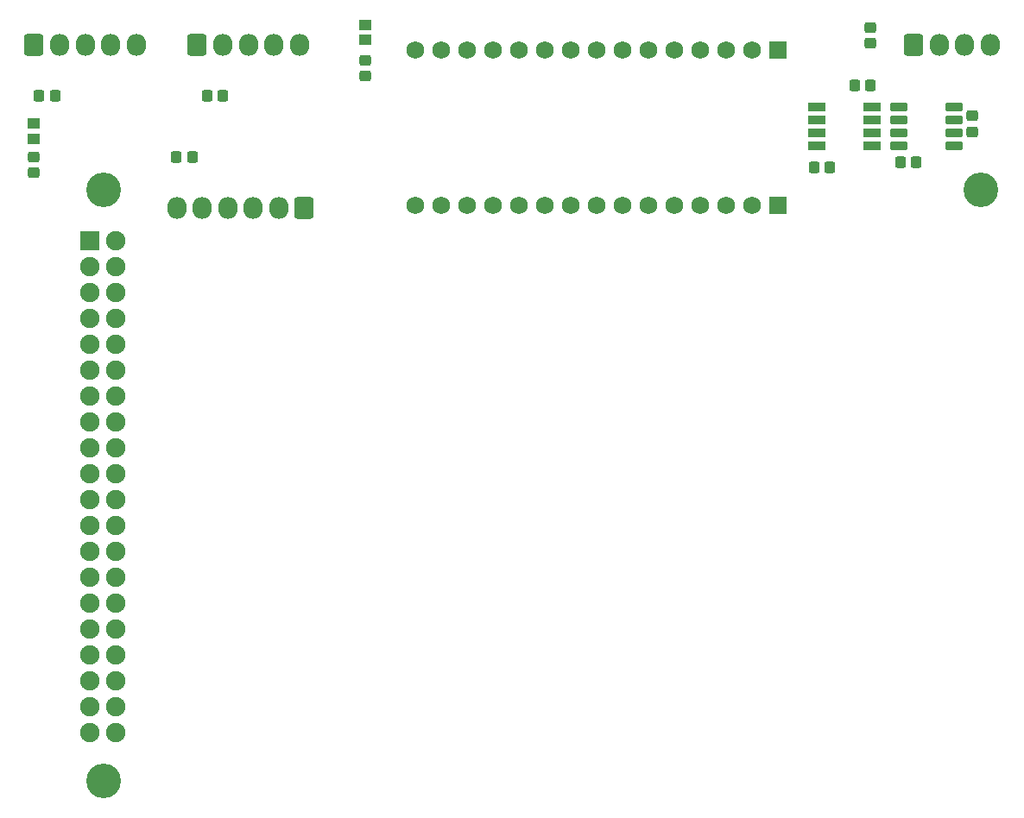
<source format=gts>
G04 #@! TF.GenerationSoftware,KiCad,Pcbnew,8.0.4*
G04 #@! TF.CreationDate,2024-08-27T21:55:02+09:00*
G04 #@! TF.ProjectId,MDC,4d44432e-6b69-4636-9164-5f7063625858,rev?*
G04 #@! TF.SameCoordinates,Original*
G04 #@! TF.FileFunction,Soldermask,Top*
G04 #@! TF.FilePolarity,Negative*
%FSLAX46Y46*%
G04 Gerber Fmt 4.6, Leading zero omitted, Abs format (unit mm)*
G04 Created by KiCad (PCBNEW 8.0.4) date 2024-08-27 21:55:02*
%MOMM*%
%LPD*%
G01*
G04 APERTURE LIST*
G04 Aperture macros list*
%AMRoundRect*
0 Rectangle with rounded corners*
0 $1 Rounding radius*
0 $2 $3 $4 $5 $6 $7 $8 $9 X,Y pos of 4 corners*
0 Add a 4 corners polygon primitive as box body*
4,1,4,$2,$3,$4,$5,$6,$7,$8,$9,$2,$3,0*
0 Add four circle primitives for the rounded corners*
1,1,$1+$1,$2,$3*
1,1,$1+$1,$4,$5*
1,1,$1+$1,$6,$7*
1,1,$1+$1,$8,$9*
0 Add four rect primitives between the rounded corners*
20,1,$1+$1,$2,$3,$4,$5,0*
20,1,$1+$1,$4,$5,$6,$7,0*
20,1,$1+$1,$6,$7,$8,$9,0*
20,1,$1+$1,$8,$9,$2,$3,0*%
G04 Aperture macros list end*
%ADD10RoundRect,0.100000X-0.475000X0.450000X-0.475000X-0.450000X0.475000X-0.450000X0.475000X0.450000X0*%
%ADD11RoundRect,0.275000X0.300000X-0.275000X0.300000X0.275000X-0.300000X0.275000X-0.300000X-0.275000X0*%
%ADD12RoundRect,0.275000X-0.275000X-0.300000X0.275000X-0.300000X0.275000X0.300000X-0.275000X0.300000X0*%
%ADD13RoundRect,0.275000X0.275000X0.300000X-0.275000X0.300000X-0.275000X-0.300000X0.275000X-0.300000X0*%
%ADD14C,3.400000*%
%ADD15RoundRect,0.100000X0.762500X-0.325000X0.762500X0.325000X-0.762500X0.325000X-0.762500X-0.325000X0*%
%ADD16RoundRect,0.275000X-0.300000X0.275000X-0.300000X-0.275000X0.300000X-0.275000X0.300000X0.275000X0*%
%ADD17RoundRect,0.279412X-0.670588X-0.795588X0.670588X-0.795588X0.670588X0.795588X-0.670588X0.795588X0*%
%ADD18O,1.900000X2.150000*%
%ADD19RoundRect,0.100000X0.750000X-0.325000X0.750000X0.325000X-0.750000X0.325000X-0.750000X-0.325000X0*%
%ADD20RoundRect,0.102000X-0.765000X0.765000X-0.765000X-0.765000X0.765000X-0.765000X0.765000X0.765000X0*%
%ADD21C,1.734000*%
%ADD22RoundRect,0.100000X-0.850000X-0.850000X0.850000X-0.850000X0.850000X0.850000X-0.850000X0.850000X0*%
%ADD23O,1.900000X1.900000*%
%ADD24RoundRect,0.279412X0.670588X0.795588X-0.670588X0.795588X-0.670588X-0.795588X0.670588X-0.795588X0*%
G04 APERTURE END LIST*
D10*
X53000000Y-60725000D03*
X53000000Y-62225000D03*
D11*
X53000000Y-65500000D03*
X53000000Y-63950000D03*
D12*
X66950000Y-64000000D03*
X68500000Y-64000000D03*
D13*
X71500000Y-58000000D03*
X69950000Y-58000000D03*
D10*
X85500000Y-51000000D03*
X85500000Y-52500000D03*
D14*
X145850000Y-67230000D03*
D13*
X139500000Y-64500000D03*
X137950000Y-64500000D03*
D15*
X129788000Y-59095000D03*
X129788000Y-60365000D03*
X129788000Y-61635000D03*
X129788000Y-62905000D03*
X135212000Y-62905000D03*
X135212000Y-61635000D03*
X135212000Y-60365000D03*
X135212000Y-59095000D03*
D11*
X135000000Y-52825000D03*
X135000000Y-51275000D03*
D16*
X145000000Y-59950000D03*
X145000000Y-61500000D03*
D11*
X85500000Y-56050000D03*
X85500000Y-54500000D03*
D17*
X69000000Y-52975000D03*
D18*
X71500000Y-52975000D03*
X74000000Y-52975000D03*
X76500000Y-52975000D03*
X79000000Y-52975000D03*
D19*
X137800000Y-59095000D03*
X137800000Y-60365000D03*
X137800000Y-61635000D03*
X137800000Y-62905000D03*
X143200000Y-62905000D03*
X143200000Y-61635000D03*
X143200000Y-60365000D03*
X143200000Y-59095000D03*
D20*
X125940000Y-53500000D03*
D21*
X123400000Y-53500000D03*
X120860000Y-53500000D03*
X118320000Y-53500000D03*
X115780000Y-53500000D03*
X113240000Y-53500000D03*
X110700000Y-53500000D03*
X108160000Y-53500000D03*
X105620000Y-53500000D03*
X103080000Y-53500000D03*
X100540000Y-53500000D03*
X98000000Y-53500000D03*
X95460000Y-53500000D03*
X92920000Y-53500000D03*
X90380000Y-53500000D03*
D20*
X125940000Y-68740000D03*
D21*
X123400000Y-68740000D03*
X120860000Y-68740000D03*
X118320000Y-68740000D03*
X115780000Y-68740000D03*
X113240000Y-68740000D03*
X110700000Y-68740000D03*
X108160000Y-68740000D03*
X105620000Y-68740000D03*
X103080000Y-68740000D03*
X100540000Y-68740000D03*
X98000000Y-68740000D03*
X95460000Y-68740000D03*
X92920000Y-68740000D03*
X90380000Y-68740000D03*
D22*
X58500000Y-72220000D03*
D23*
X61040000Y-72220000D03*
X58500000Y-74760000D03*
X61040000Y-74760000D03*
X58500000Y-77300000D03*
X61040000Y-77300000D03*
X58500000Y-79840000D03*
X61040000Y-79840000D03*
X58500000Y-82380000D03*
X61040000Y-82380000D03*
X58500000Y-84920000D03*
X61040000Y-84920000D03*
X58500000Y-87460000D03*
X61040000Y-87460000D03*
X58500000Y-90000000D03*
X61040000Y-90000000D03*
X58500000Y-92540000D03*
X61040000Y-92540000D03*
X58500000Y-95080000D03*
X61040000Y-95080000D03*
X58500000Y-97620000D03*
X61040000Y-97620000D03*
X58500000Y-100160000D03*
X61040000Y-100160000D03*
X58500000Y-102700000D03*
X61040000Y-102700000D03*
X58500000Y-105240000D03*
X61040000Y-105240000D03*
X58500000Y-107780000D03*
X61040000Y-107780000D03*
X58500000Y-110320000D03*
X61040000Y-110320000D03*
X58500000Y-112860000D03*
X61040000Y-112860000D03*
X58500000Y-115400000D03*
X61040000Y-115400000D03*
X58500000Y-117940000D03*
X61040000Y-117940000D03*
X58500000Y-120480000D03*
X61040000Y-120480000D03*
D17*
X139250000Y-52975000D03*
D18*
X141750000Y-52975000D03*
X144250000Y-52975000D03*
X146750000Y-52975000D03*
D17*
X53000000Y-53000000D03*
D18*
X55500000Y-53000000D03*
X58000000Y-53000000D03*
X60500000Y-53000000D03*
X63000000Y-53000000D03*
D14*
X59850000Y-67230000D03*
D13*
X135000000Y-57000000D03*
X133450000Y-57000000D03*
X131050000Y-65000000D03*
X129500000Y-65000000D03*
D24*
X79500000Y-69000000D03*
D18*
X77000000Y-69000000D03*
X74500000Y-69000000D03*
X72000000Y-69000000D03*
X69500000Y-69000000D03*
X67000000Y-69000000D03*
D13*
X55050000Y-58000000D03*
X53500000Y-58000000D03*
D14*
X59850000Y-125230000D03*
M02*

</source>
